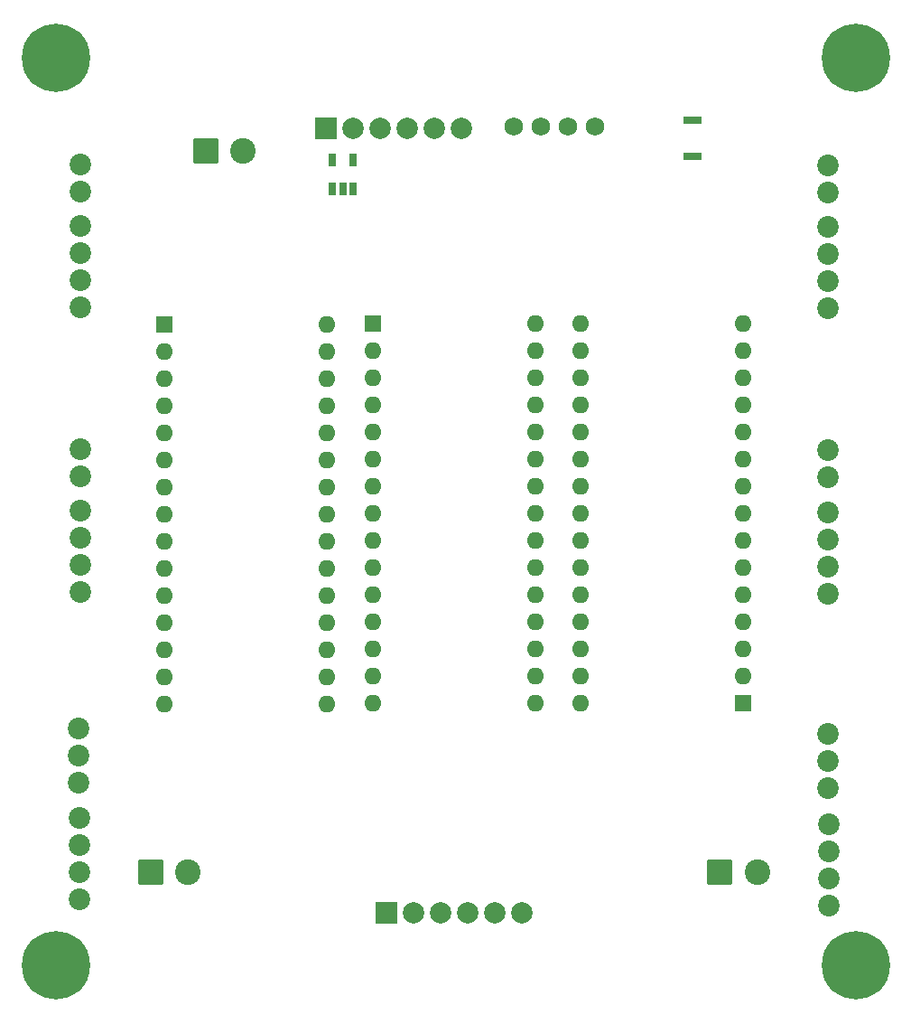
<source format=gbr>
%TF.GenerationSoftware,KiCad,Pcbnew,9.0.0-1.fc41*%
%TF.CreationDate,2025-04-20T16:26:28+02:00*%
%TF.ProjectId,main_board,6d61696e-5f62-46f6-9172-642e6b696361,v1.0*%
%TF.SameCoordinates,Original*%
%TF.FileFunction,Soldermask,Top*%
%TF.FilePolarity,Negative*%
%FSLAX46Y46*%
G04 Gerber Fmt 4.6, Leading zero omitted, Abs format (unit mm)*
G04 Created by KiCad (PCBNEW 9.0.0-1.fc41) date 2025-04-20 16:26:28*
%MOMM*%
%LPD*%
G01*
G04 APERTURE LIST*
G04 Aperture macros list*
%AMRoundRect*
0 Rectangle with rounded corners*
0 $1 Rounding radius*
0 $2 $3 $4 $5 $6 $7 $8 $9 X,Y pos of 4 corners*
0 Add a 4 corners polygon primitive as box body*
4,1,4,$2,$3,$4,$5,$6,$7,$8,$9,$2,$3,0*
0 Add four circle primitives for the rounded corners*
1,1,$1+$1,$2,$3*
1,1,$1+$1,$4,$5*
1,1,$1+$1,$6,$7*
1,1,$1+$1,$8,$9*
0 Add four rect primitives between the rounded corners*
20,1,$1+$1,$2,$3,$4,$5,0*
20,1,$1+$1,$4,$5,$6,$7,0*
20,1,$1+$1,$6,$7,$8,$9,0*
20,1,$1+$1,$8,$9,$2,$3,0*%
G04 Aperture macros list end*
%ADD10R,2.000000X2.000000*%
%ADD11C,2.000000*%
%ADD12C,2.020000*%
%ADD13RoundRect,0.070000X-0.300000X-0.525000X0.300000X-0.525000X0.300000X0.525000X-0.300000X0.525000X0*%
%ADD14RoundRect,0.250001X-0.949999X-0.949999X0.949999X-0.949999X0.949999X0.949999X-0.949999X0.949999X0*%
%ADD15C,2.400000*%
%ADD16C,6.400000*%
%ADD17R,1.700000X0.800000*%
%ADD18C,1.734000*%
%ADD19R,1.600000X1.600000*%
%ADD20O,1.600000X1.600000*%
G04 APERTURE END LIST*
D10*
%TO.C,J3*%
X142440000Y-119545000D03*
D11*
X144980000Y-119545000D03*
X147520000Y-119545000D03*
X150060000Y-119545000D03*
X152600000Y-119545000D03*
X155140000Y-119545000D03*
%TD*%
D12*
%TO.C,J15*%
X183900000Y-118870000D03*
X183900000Y-116330000D03*
X183900000Y-113790000D03*
X183900000Y-111250000D03*
%TD*%
%TO.C,J19*%
X183820000Y-78800000D03*
X183820000Y-76260000D03*
%TD*%
D13*
%TO.C,U2*%
X137400000Y-51750000D03*
X138350000Y-51750000D03*
X139300000Y-51750000D03*
X139300000Y-49050000D03*
X137400000Y-49050000D03*
%TD*%
D12*
%TO.C,J2*%
X113700000Y-76105000D03*
X113700000Y-78645000D03*
%TD*%
D14*
%TO.C,J11*%
X173700000Y-115800000D03*
D15*
X177200000Y-115800000D03*
%TD*%
D12*
%TO.C,J16*%
X183820000Y-89670000D03*
X183820000Y-87130000D03*
X183820000Y-84590000D03*
X183820000Y-82050000D03*
%TD*%
%TO.C,J10*%
X113700000Y-49495000D03*
X113700000Y-52035000D03*
%TD*%
%TO.C,J17*%
X183800000Y-62955000D03*
X183800000Y-60415000D03*
X183800000Y-57875000D03*
X183800000Y-55335000D03*
%TD*%
D16*
%TO.C,H2*%
X186423250Y-124500000D03*
%TD*%
D12*
%TO.C,J14*%
X113620000Y-110710000D03*
X113620000Y-113250000D03*
X113620000Y-115790000D03*
X113620000Y-118330000D03*
%TD*%
%TO.C,J20*%
X183800000Y-52060000D03*
X183800000Y-49520000D03*
%TD*%
D14*
%TO.C,J1*%
X120350000Y-115800000D03*
D15*
X123850000Y-115800000D03*
%TD*%
D12*
%TO.C,J22*%
X183850000Y-107850000D03*
X183850000Y-105310000D03*
X183850000Y-102770000D03*
%TD*%
D17*
%TO.C,S1*%
X171175000Y-45300000D03*
X171175000Y-48700000D03*
%TD*%
D14*
%TO.C,J18*%
X125500000Y-48200000D03*
D15*
X129000000Y-48200000D03*
%TD*%
D12*
%TO.C,J12*%
X113700000Y-55245000D03*
X113700000Y-57785000D03*
X113700000Y-60325000D03*
X113700000Y-62865000D03*
%TD*%
D18*
%TO.C,U1*%
X162010000Y-45900000D03*
X159470000Y-45900000D03*
X156930000Y-45900000D03*
X154390000Y-45900000D03*
%TD*%
D10*
%TO.C,J5*%
X136800000Y-46100000D03*
D11*
X139340000Y-46100000D03*
X141880000Y-46100000D03*
X144420000Y-46100000D03*
X146960000Y-46100000D03*
X149500000Y-46100000D03*
%TD*%
D16*
%TO.C,H1*%
X111436750Y-124500000D03*
%TD*%
D19*
%TO.C,Slave2*%
X175840000Y-99950000D03*
D20*
X175840000Y-97410000D03*
X175840000Y-94870000D03*
X175840000Y-92330000D03*
X175840000Y-89790000D03*
X175840000Y-87250000D03*
X175840000Y-84710000D03*
X175840000Y-82170000D03*
X175840000Y-79630000D03*
X175840000Y-77090000D03*
X175840000Y-74550000D03*
X175840000Y-72010000D03*
X175840000Y-69470000D03*
X175840000Y-66930000D03*
X175840000Y-64390000D03*
X160600000Y-64390000D03*
X160600000Y-66930000D03*
X160600000Y-69470000D03*
X160600000Y-72010000D03*
X160600000Y-74550000D03*
X160600000Y-77090000D03*
X160600000Y-79630000D03*
X160600000Y-82170000D03*
X160600000Y-84710000D03*
X160600000Y-87250000D03*
X160600000Y-89790000D03*
X160600000Y-92330000D03*
X160600000Y-94870000D03*
X160600000Y-97410000D03*
X160600000Y-99950000D03*
%TD*%
D16*
%TO.C,H4*%
X186423250Y-39500000D03*
%TD*%
D19*
%TO.C,Master1*%
X141200000Y-64400000D03*
D20*
X141200000Y-66940000D03*
X141200000Y-69480000D03*
X141200000Y-72020000D03*
X141200000Y-74560000D03*
X141200000Y-77100000D03*
X141200000Y-79640000D03*
X141200000Y-82180000D03*
X141200000Y-84720000D03*
X141200000Y-87260000D03*
X141200000Y-89800000D03*
X141200000Y-92340000D03*
X141200000Y-94880000D03*
X141200000Y-97420000D03*
X141200000Y-99960000D03*
X156440000Y-99960000D03*
X156440000Y-97420000D03*
X156440000Y-94880000D03*
X156440000Y-92340000D03*
X156440000Y-89800000D03*
X156440000Y-87260000D03*
X156440000Y-84720000D03*
X156440000Y-82180000D03*
X156440000Y-79640000D03*
X156440000Y-77100000D03*
X156440000Y-74560000D03*
X156440000Y-72020000D03*
X156440000Y-69480000D03*
X156440000Y-66940000D03*
X156440000Y-64400000D03*
%TD*%
D19*
%TO.C,Slave1*%
X121595000Y-64455000D03*
D20*
X121595000Y-66995000D03*
X121595000Y-69535000D03*
X121595000Y-72075000D03*
X121595000Y-74615000D03*
X121595000Y-77155000D03*
X121595000Y-79695000D03*
X121595000Y-82235000D03*
X121595000Y-84775000D03*
X121595000Y-87315000D03*
X121595000Y-89855000D03*
X121595000Y-92395000D03*
X121595000Y-94935000D03*
X121595000Y-97475000D03*
X121595000Y-100015000D03*
X136835000Y-100015000D03*
X136835000Y-97475000D03*
X136835000Y-94935000D03*
X136835000Y-92395000D03*
X136835000Y-89855000D03*
X136835000Y-87315000D03*
X136835000Y-84775000D03*
X136835000Y-82235000D03*
X136835000Y-79695000D03*
X136835000Y-77155000D03*
X136835000Y-74615000D03*
X136835000Y-72075000D03*
X136835000Y-69535000D03*
X136835000Y-66995000D03*
X136835000Y-64455000D03*
%TD*%
D12*
%TO.C,J13*%
X113700000Y-81895000D03*
X113700000Y-84435000D03*
X113700000Y-86975000D03*
X113700000Y-89515000D03*
%TD*%
%TO.C,J21*%
X113600000Y-102270000D03*
X113600000Y-104810000D03*
X113600000Y-107350000D03*
%TD*%
D16*
%TO.C,H3*%
X111436750Y-39500000D03*
%TD*%
M02*

</source>
